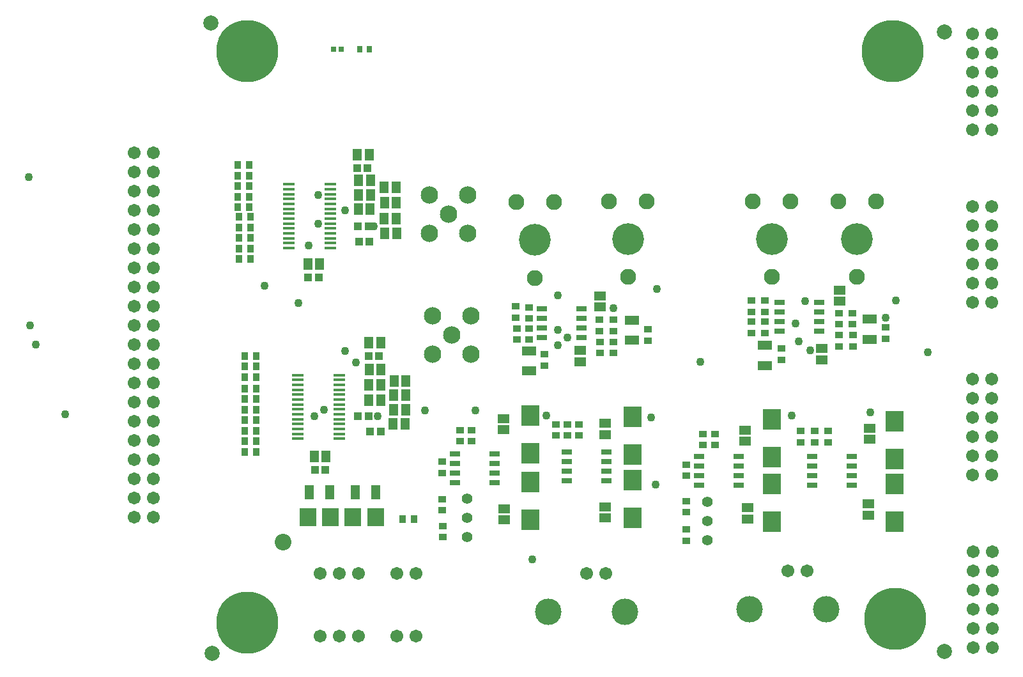
<source format=gbr>
G04 Layer_Color=8388736*
%FSLAX43Y43*%
%MOMM*%
%TF.FileFunction,Soldermask,Top*%
%TF.Part,Single*%
G01*
G75*
%TA.AperFunction,SMDPad,CuDef*%
%ADD44R,1.350X0.650*%
%ADD45R,1.103X0.903*%
%ADD46R,1.903X1.303*%
%ADD47R,1.603X1.303*%
%ADD48R,2.403X2.803*%
%ADD49R,0.903X1.103*%
%ADD50R,1.303X1.603*%
%ADD51R,1.003X1.103*%
%ADD52R,1.203X1.503*%
%ADD53R,0.640X0.940*%
%ADD54R,0.803X0.803*%
%ADD55C,2.000*%
%ADD56R,1.502X0.402*%
%ADD57R,1.303X1.903*%
%ADD58R,2.203X2.403*%
%TA.AperFunction,ViaPad*%
%ADD59C,1.103*%
%TA.AperFunction,ComponentPad*%
%ADD60C,1.703*%
%ADD61C,3.503*%
%ADD62C,1.403*%
%ADD63C,2.302*%
%ADD64C,2.302*%
%ADD65C,2.103*%
%ADD66C,4.203*%
%TA.AperFunction,ViaPad*%
%ADD67C,8.203*%
%ADD68C,2.203*%
D44*
X113962Y29591D02*
D03*
Y30861D02*
D03*
Y32131D02*
D03*
Y33401D02*
D03*
X108712Y29591D02*
D03*
Y30861D02*
D03*
Y32131D02*
D03*
Y33401D02*
D03*
X118322Y9144D02*
D03*
Y10414D02*
D03*
Y11684D02*
D03*
Y12954D02*
D03*
X113072Y9144D02*
D03*
Y10414D02*
D03*
Y11684D02*
D03*
Y12954D02*
D03*
X103336Y9144D02*
D03*
Y10414D02*
D03*
Y11684D02*
D03*
Y12954D02*
D03*
X98086Y9144D02*
D03*
Y10414D02*
D03*
Y11684D02*
D03*
Y12954D02*
D03*
X70993Y9525D02*
D03*
Y10795D02*
D03*
Y12065D02*
D03*
Y13335D02*
D03*
X65743Y9525D02*
D03*
Y10795D02*
D03*
Y12065D02*
D03*
Y13335D02*
D03*
X85810Y9779D02*
D03*
Y11049D02*
D03*
Y12319D02*
D03*
Y13589D02*
D03*
X80560Y9779D02*
D03*
Y11049D02*
D03*
Y12319D02*
D03*
Y13589D02*
D03*
X82508Y28702D02*
D03*
Y29972D02*
D03*
Y31242D02*
D03*
Y32512D02*
D03*
X77258Y28702D02*
D03*
Y29972D02*
D03*
Y31242D02*
D03*
Y32512D02*
D03*
D45*
X106807Y32131D02*
D03*
Y33631D02*
D03*
X105029D02*
D03*
Y32131D02*
D03*
X106807Y29349D02*
D03*
Y30849D02*
D03*
X105029Y30849D02*
D03*
Y29349D02*
D03*
X108966Y25793D02*
D03*
Y27293D02*
D03*
X116586Y30492D02*
D03*
Y31992D02*
D03*
X118364Y31992D02*
D03*
Y30492D02*
D03*
X122809Y30087D02*
D03*
Y28587D02*
D03*
X118491Y27571D02*
D03*
Y29071D02*
D03*
X116586Y27571D02*
D03*
Y29071D02*
D03*
X115189Y14871D02*
D03*
Y16371D02*
D03*
X113411Y16371D02*
D03*
Y14871D02*
D03*
X111506Y16371D02*
D03*
Y14871D02*
D03*
X100203Y15990D02*
D03*
Y14490D02*
D03*
X98552Y15990D02*
D03*
Y14490D02*
D03*
X96393Y11926D02*
D03*
Y10426D02*
D03*
X96393Y5600D02*
D03*
Y7100D02*
D03*
X96393Y3302D02*
D03*
Y1802D02*
D03*
X67945Y16498D02*
D03*
Y14998D02*
D03*
X66421Y16486D02*
D03*
Y14986D02*
D03*
X64008Y12307D02*
D03*
Y10807D02*
D03*
X64008Y5854D02*
D03*
Y7354D02*
D03*
X64135Y3798D02*
D03*
Y2298D02*
D03*
X79121Y17260D02*
D03*
Y15760D02*
D03*
X80645Y17260D02*
D03*
Y15760D02*
D03*
X82169Y15760D02*
D03*
Y17260D02*
D03*
X84836Y29603D02*
D03*
Y31103D02*
D03*
X86741Y31103D02*
D03*
Y29603D02*
D03*
X91313Y29845D02*
D03*
Y28345D02*
D03*
X86741Y26682D02*
D03*
Y28182D02*
D03*
X84963Y26682D02*
D03*
Y28182D02*
D03*
X77597Y25031D02*
D03*
Y26531D02*
D03*
X75565Y28460D02*
D03*
Y29960D02*
D03*
X73914Y29960D02*
D03*
Y28460D02*
D03*
X75565Y31254D02*
D03*
Y32754D02*
D03*
X73787Y32881D02*
D03*
Y31381D02*
D03*
D46*
X106807Y27686D02*
D03*
Y24986D02*
D03*
X120650Y31195D02*
D03*
Y28495D02*
D03*
X89154Y31068D02*
D03*
Y28368D02*
D03*
X75565Y27004D02*
D03*
Y24304D02*
D03*
D47*
X116713Y33540D02*
D03*
Y35040D02*
D03*
X114300Y25793D02*
D03*
Y27293D02*
D03*
X120650Y16752D02*
D03*
Y15252D02*
D03*
X120523Y6719D02*
D03*
Y5219D02*
D03*
X104140Y16498D02*
D03*
Y14998D02*
D03*
X104521Y6211D02*
D03*
Y4711D02*
D03*
X72263Y6084D02*
D03*
Y4584D02*
D03*
X72136Y18022D02*
D03*
Y16522D02*
D03*
X85598Y17375D02*
D03*
Y15875D02*
D03*
X85598Y6338D02*
D03*
Y4838D02*
D03*
X84963Y32778D02*
D03*
Y34278D02*
D03*
X82296Y25539D02*
D03*
Y27039D02*
D03*
D48*
X123952Y12613D02*
D03*
Y17613D02*
D03*
Y4358D02*
D03*
Y9358D02*
D03*
X107696Y17867D02*
D03*
Y12867D02*
D03*
Y9358D02*
D03*
Y4358D02*
D03*
X75692Y9612D02*
D03*
Y4612D02*
D03*
Y13415D02*
D03*
Y18415D02*
D03*
X89281Y18248D02*
D03*
Y13248D02*
D03*
Y4866D02*
D03*
Y9866D02*
D03*
D49*
X60313Y4699D02*
D03*
X58813D02*
D03*
X38481Y51562D02*
D03*
X36981D02*
D03*
X38469Y50165D02*
D03*
X36969D02*
D03*
X38469Y48768D02*
D03*
X36969D02*
D03*
X38469Y47371D02*
D03*
X36969D02*
D03*
X38469Y45974D02*
D03*
X36969D02*
D03*
X38596Y44704D02*
D03*
X37096D02*
D03*
X38596Y43307D02*
D03*
X37096D02*
D03*
X38608Y41910D02*
D03*
X37108D02*
D03*
X38596Y40513D02*
D03*
X37096D02*
D03*
X38608Y39116D02*
D03*
X37108D02*
D03*
X39370Y26289D02*
D03*
X37870D02*
D03*
X39370Y24892D02*
D03*
X37870D02*
D03*
X39358Y23495D02*
D03*
X37858D02*
D03*
X39370Y21971D02*
D03*
X37870D02*
D03*
X39370Y20574D02*
D03*
X37870D02*
D03*
X39358Y19177D02*
D03*
X37858D02*
D03*
X39358Y17780D02*
D03*
X37858D02*
D03*
X39358Y16383D02*
D03*
X37858D02*
D03*
X39358Y14986D02*
D03*
X37858D02*
D03*
X39358Y13589D02*
D03*
X37858D02*
D03*
D50*
X48629Y12954D02*
D03*
X47129D02*
D03*
X59170Y22987D02*
D03*
X57670D02*
D03*
X55868Y24511D02*
D03*
X54368D02*
D03*
X47740Y38481D02*
D03*
X46240D02*
D03*
X57900Y46609D02*
D03*
X56400D02*
D03*
X54471Y45720D02*
D03*
X52971D02*
D03*
D51*
X47179Y11176D02*
D03*
X48579D02*
D03*
X54480Y16256D02*
D03*
X55880D02*
D03*
X52894Y18288D02*
D03*
X54294D02*
D03*
X54291Y26289D02*
D03*
X55691D02*
D03*
X46290Y36703D02*
D03*
X47690D02*
D03*
X53021Y41402D02*
D03*
X54421D02*
D03*
X52894Y43434D02*
D03*
X54294D02*
D03*
X52767Y51181D02*
D03*
X54167D02*
D03*
D52*
X57493Y17272D02*
D03*
X59093D02*
D03*
X57620Y19177D02*
D03*
X59220D02*
D03*
X57620Y21082D02*
D03*
X59220D02*
D03*
X54318Y20447D02*
D03*
X55918D02*
D03*
X54318Y22479D02*
D03*
X55918D02*
D03*
X54318Y28067D02*
D03*
X55918D02*
D03*
X56388Y42545D02*
D03*
X57988D02*
D03*
X56350Y44450D02*
D03*
X57950D02*
D03*
X52921Y47625D02*
D03*
X54521D02*
D03*
X56350Y48641D02*
D03*
X57950D02*
D03*
X52921Y49530D02*
D03*
X54521D02*
D03*
X52794Y52959D02*
D03*
X54394D02*
D03*
D53*
X53071Y66929D02*
D03*
X54371D02*
D03*
D54*
X49673D02*
D03*
X50673D02*
D03*
D55*
X130556Y-12827D02*
D03*
Y69215D02*
D03*
X33528Y-13081D02*
D03*
X33401Y70358D02*
D03*
D56*
X44875Y23783D02*
D03*
Y23133D02*
D03*
Y22483D02*
D03*
Y21833D02*
D03*
Y21183D02*
D03*
Y20533D02*
D03*
Y19883D02*
D03*
Y19233D02*
D03*
Y18583D02*
D03*
Y17933D02*
D03*
Y17283D02*
D03*
Y16633D02*
D03*
Y15983D02*
D03*
Y15333D02*
D03*
X50375Y23783D02*
D03*
Y23133D02*
D03*
Y22483D02*
D03*
Y21833D02*
D03*
Y21183D02*
D03*
Y20533D02*
D03*
Y19883D02*
D03*
Y19233D02*
D03*
Y18583D02*
D03*
Y17933D02*
D03*
Y17283D02*
D03*
Y16633D02*
D03*
Y15983D02*
D03*
Y15333D02*
D03*
X43688Y49045D02*
D03*
Y48395D02*
D03*
Y47745D02*
D03*
Y47095D02*
D03*
Y46445D02*
D03*
Y45795D02*
D03*
Y45145D02*
D03*
Y44495D02*
D03*
Y43845D02*
D03*
Y43195D02*
D03*
Y42545D02*
D03*
Y41895D02*
D03*
Y41245D02*
D03*
Y40595D02*
D03*
X49188Y49045D02*
D03*
Y48395D02*
D03*
Y47745D02*
D03*
Y47095D02*
D03*
Y46445D02*
D03*
Y45795D02*
D03*
Y45145D02*
D03*
Y44495D02*
D03*
Y43845D02*
D03*
Y43195D02*
D03*
Y42545D02*
D03*
Y41895D02*
D03*
Y41245D02*
D03*
Y40595D02*
D03*
D57*
X52498Y8255D02*
D03*
X55198D02*
D03*
X46402D02*
D03*
X49102D02*
D03*
D58*
X52221Y4953D02*
D03*
X55221D02*
D03*
X46252D02*
D03*
X49252D02*
D03*
D59*
X14097Y18542D02*
D03*
X51181Y26924D02*
D03*
Y45593D02*
D03*
X52578Y25400D02*
D03*
X79375Y27686D02*
D03*
X68453Y19050D02*
D03*
X61722D02*
D03*
X48387Y19177D02*
D03*
X46355Y40894D02*
D03*
X54991Y43434D02*
D03*
X9222Y49989D02*
D03*
X44958Y33274D02*
D03*
X47625Y47625D02*
D03*
X92329Y9271D02*
D03*
X75946Y-635D02*
D03*
X112776Y27051D02*
D03*
X128397Y26797D02*
D03*
X110871Y30607D02*
D03*
X80633Y28702D02*
D03*
X86741Y32639D02*
D03*
X124169Y33618D02*
D03*
X112126Y33540D02*
D03*
X92456Y35179D02*
D03*
X122809Y31369D02*
D03*
X47117Y18288D02*
D03*
X55499Y18288D02*
D03*
X47625Y43815D02*
D03*
X77851Y18415D02*
D03*
X91694Y18161D02*
D03*
X110363Y18415D02*
D03*
X120777Y18796D02*
D03*
X79375Y34290D02*
D03*
Y29718D02*
D03*
X40513Y35560D02*
D03*
X111252Y28194D02*
D03*
X98206Y25562D02*
D03*
X10160Y27813D02*
D03*
X9398Y30353D02*
D03*
D60*
X134366Y-12319D02*
D03*
Y-9779D02*
D03*
Y-7239D02*
D03*
Y-4699D02*
D03*
Y-2159D02*
D03*
Y381D02*
D03*
X136906Y-12319D02*
D03*
Y-9779D02*
D03*
Y-7239D02*
D03*
Y-4699D02*
D03*
Y-2159D02*
D03*
Y381D02*
D03*
X134316Y10541D02*
D03*
Y13081D02*
D03*
Y15621D02*
D03*
Y18161D02*
D03*
Y20701D02*
D03*
Y23241D02*
D03*
X136856Y10541D02*
D03*
Y13081D02*
D03*
Y15621D02*
D03*
Y18161D02*
D03*
Y20701D02*
D03*
Y23241D02*
D03*
X134291Y33401D02*
D03*
Y35941D02*
D03*
Y38481D02*
D03*
Y41021D02*
D03*
Y43561D02*
D03*
Y46101D02*
D03*
X136831Y33401D02*
D03*
Y35941D02*
D03*
Y38481D02*
D03*
Y41021D02*
D03*
Y43561D02*
D03*
Y46101D02*
D03*
X136881Y68961D02*
D03*
Y66421D02*
D03*
Y63881D02*
D03*
Y61341D02*
D03*
Y58801D02*
D03*
Y56261D02*
D03*
X134341Y68961D02*
D03*
Y66421D02*
D03*
Y63881D02*
D03*
Y61341D02*
D03*
Y58801D02*
D03*
Y56261D02*
D03*
X25781Y4953D02*
D03*
X23241D02*
D03*
X25781Y7493D02*
D03*
X23241D02*
D03*
X25781Y10033D02*
D03*
X23241D02*
D03*
X25781Y12573D02*
D03*
X23241D02*
D03*
X25781Y15113D02*
D03*
X23241D02*
D03*
X25781Y17653D02*
D03*
X23241D02*
D03*
X25781Y20193D02*
D03*
X23241D02*
D03*
X25781Y22733D02*
D03*
X23241D02*
D03*
X25781Y25273D02*
D03*
X23241D02*
D03*
X25781Y27813D02*
D03*
X23241D02*
D03*
X25781Y30353D02*
D03*
X23241D02*
D03*
X25781Y32893D02*
D03*
X23241D02*
D03*
X25781Y35433D02*
D03*
X23241D02*
D03*
X25781Y37973D02*
D03*
X23241D02*
D03*
X25781Y40513D02*
D03*
X23241D02*
D03*
X25781Y43053D02*
D03*
X23241D02*
D03*
X25781Y45593D02*
D03*
X23241D02*
D03*
X25781Y48133D02*
D03*
X23241D02*
D03*
X25781Y50673D02*
D03*
X23241D02*
D03*
X25781Y53213D02*
D03*
X23241D02*
D03*
X47879Y-10795D02*
D03*
X50419D02*
D03*
X52959D02*
D03*
X58039D02*
D03*
X60579D02*
D03*
X112395Y-2159D02*
D03*
X109855D02*
D03*
X47879Y-2540D02*
D03*
X50419D02*
D03*
X52959D02*
D03*
X58039D02*
D03*
X60579D02*
D03*
X85725D02*
D03*
X83185D02*
D03*
D61*
X104775Y-7239D02*
D03*
X114935D02*
D03*
X78105Y-7620D02*
D03*
X88265D02*
D03*
D62*
X99187Y1905D02*
D03*
Y4445D02*
D03*
Y6985D02*
D03*
X67310Y2286D02*
D03*
Y4826D02*
D03*
Y7366D02*
D03*
D63*
X64897Y45085D02*
D03*
X65278Y29083D02*
D03*
D64*
X62357Y47625D02*
D03*
X67437D02*
D03*
X62357Y42545D02*
D03*
X67437D02*
D03*
X62738Y31623D02*
D03*
X67818D02*
D03*
X62738Y26543D02*
D03*
X67818D02*
D03*
D65*
X78827Y46656D02*
D03*
X73827D02*
D03*
X76327Y36656D02*
D03*
X91146Y46783D02*
D03*
X86146D02*
D03*
X88646Y36783D02*
D03*
X110196Y46783D02*
D03*
X105196D02*
D03*
X107696Y36783D02*
D03*
X121499Y46783D02*
D03*
X116499D02*
D03*
X118999Y36783D02*
D03*
D66*
X76327Y41656D02*
D03*
X88646Y41783D02*
D03*
X107696D02*
D03*
X118999D02*
D03*
D67*
X38223Y-9017D02*
D03*
X123698Y66675D02*
D03*
X38223D02*
D03*
X124079Y-8509D02*
D03*
D68*
X42926Y1651D02*
D03*
%TF.MD5,e55e105937a545eb94e4ff2f474cfe5a*%
M02*

</source>
